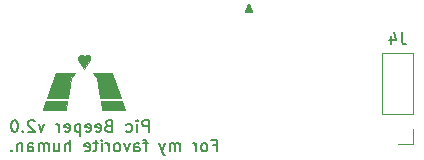
<source format=gbr>
G04 #@! TF.GenerationSoftware,KiCad,Pcbnew,(5.1.4-0)*
G04 #@! TF.CreationDate,2019-09-04T21:36:44-07:00*
G04 #@! TF.ProjectId,pic_beeper,7069635f-6265-4657-9065-722e6b696361,rev?*
G04 #@! TF.SameCoordinates,Original*
G04 #@! TF.FileFunction,Legend,Bot*
G04 #@! TF.FilePolarity,Positive*
%FSLAX46Y46*%
G04 Gerber Fmt 4.6, Leading zero omitted, Abs format (unit mm)*
G04 Created by KiCad (PCBNEW (5.1.4-0)) date 2019-09-04 21:36:44*
%MOMM*%
%LPD*%
G04 APERTURE LIST*
%ADD10C,0.100000*%
%ADD11C,0.150000*%
%ADD12C,0.120000*%
G04 APERTURE END LIST*
D10*
G36*
X19812000Y-17399000D02*
G01*
X19939000Y-17272000D01*
X20193000Y-17272000D01*
X20320000Y-17399000D01*
X20320000Y-17653000D01*
X19812000Y-18415000D01*
X19304000Y-17653000D01*
X19304000Y-17399000D01*
X19431000Y-17272000D01*
X19685000Y-17272000D01*
X19812000Y-17399000D01*
G37*
X19812000Y-17399000D02*
X19939000Y-17272000D01*
X20193000Y-17272000D01*
X20320000Y-17399000D01*
X20320000Y-17653000D01*
X19812000Y-18415000D01*
X19304000Y-17653000D01*
X19304000Y-17399000D01*
X19431000Y-17272000D01*
X19685000Y-17272000D01*
X19812000Y-17399000D01*
D11*
X25289642Y-23757380D02*
X25289642Y-22757380D01*
X24908690Y-22757380D01*
X24813452Y-22805000D01*
X24765833Y-22852619D01*
X24718214Y-22947857D01*
X24718214Y-23090714D01*
X24765833Y-23185952D01*
X24813452Y-23233571D01*
X24908690Y-23281190D01*
X25289642Y-23281190D01*
X24289642Y-23757380D02*
X24289642Y-23090714D01*
X24289642Y-22757380D02*
X24337261Y-22805000D01*
X24289642Y-22852619D01*
X24242023Y-22805000D01*
X24289642Y-22757380D01*
X24289642Y-22852619D01*
X23384880Y-23709761D02*
X23480119Y-23757380D01*
X23670595Y-23757380D01*
X23765833Y-23709761D01*
X23813452Y-23662142D01*
X23861071Y-23566904D01*
X23861071Y-23281190D01*
X23813452Y-23185952D01*
X23765833Y-23138333D01*
X23670595Y-23090714D01*
X23480119Y-23090714D01*
X23384880Y-23138333D01*
X21861071Y-23233571D02*
X21718214Y-23281190D01*
X21670595Y-23328809D01*
X21622976Y-23424047D01*
X21622976Y-23566904D01*
X21670595Y-23662142D01*
X21718214Y-23709761D01*
X21813452Y-23757380D01*
X22194404Y-23757380D01*
X22194404Y-22757380D01*
X21861071Y-22757380D01*
X21765833Y-22805000D01*
X21718214Y-22852619D01*
X21670595Y-22947857D01*
X21670595Y-23043095D01*
X21718214Y-23138333D01*
X21765833Y-23185952D01*
X21861071Y-23233571D01*
X22194404Y-23233571D01*
X20813452Y-23709761D02*
X20908690Y-23757380D01*
X21099166Y-23757380D01*
X21194404Y-23709761D01*
X21242023Y-23614523D01*
X21242023Y-23233571D01*
X21194404Y-23138333D01*
X21099166Y-23090714D01*
X20908690Y-23090714D01*
X20813452Y-23138333D01*
X20765833Y-23233571D01*
X20765833Y-23328809D01*
X21242023Y-23424047D01*
X19956309Y-23709761D02*
X20051547Y-23757380D01*
X20242023Y-23757380D01*
X20337261Y-23709761D01*
X20384880Y-23614523D01*
X20384880Y-23233571D01*
X20337261Y-23138333D01*
X20242023Y-23090714D01*
X20051547Y-23090714D01*
X19956309Y-23138333D01*
X19908690Y-23233571D01*
X19908690Y-23328809D01*
X20384880Y-23424047D01*
X19480119Y-23090714D02*
X19480119Y-24090714D01*
X19480119Y-23138333D02*
X19384880Y-23090714D01*
X19194404Y-23090714D01*
X19099166Y-23138333D01*
X19051547Y-23185952D01*
X19003928Y-23281190D01*
X19003928Y-23566904D01*
X19051547Y-23662142D01*
X19099166Y-23709761D01*
X19194404Y-23757380D01*
X19384880Y-23757380D01*
X19480119Y-23709761D01*
X18194404Y-23709761D02*
X18289642Y-23757380D01*
X18480119Y-23757380D01*
X18575357Y-23709761D01*
X18622976Y-23614523D01*
X18622976Y-23233571D01*
X18575357Y-23138333D01*
X18480119Y-23090714D01*
X18289642Y-23090714D01*
X18194404Y-23138333D01*
X18146785Y-23233571D01*
X18146785Y-23328809D01*
X18622976Y-23424047D01*
X17718214Y-23757380D02*
X17718214Y-23090714D01*
X17718214Y-23281190D02*
X17670595Y-23185952D01*
X17622976Y-23138333D01*
X17527738Y-23090714D01*
X17432500Y-23090714D01*
X16432500Y-23090714D02*
X16194404Y-23757380D01*
X15956309Y-23090714D01*
X15622976Y-22852619D02*
X15575357Y-22805000D01*
X15480119Y-22757380D01*
X15242023Y-22757380D01*
X15146785Y-22805000D01*
X15099166Y-22852619D01*
X15051547Y-22947857D01*
X15051547Y-23043095D01*
X15099166Y-23185952D01*
X15670595Y-23757380D01*
X15051547Y-23757380D01*
X14622976Y-23662142D02*
X14575357Y-23709761D01*
X14622976Y-23757380D01*
X14670595Y-23709761D01*
X14622976Y-23662142D01*
X14622976Y-23757380D01*
X13956309Y-22757380D02*
X13861071Y-22757380D01*
X13765833Y-22805000D01*
X13718214Y-22852619D01*
X13670595Y-22947857D01*
X13622976Y-23138333D01*
X13622976Y-23376428D01*
X13670595Y-23566904D01*
X13718214Y-23662142D01*
X13765833Y-23709761D01*
X13861071Y-23757380D01*
X13956309Y-23757380D01*
X14051547Y-23709761D01*
X14099166Y-23662142D01*
X14146785Y-23566904D01*
X14194404Y-23376428D01*
X14194404Y-23138333D01*
X14146785Y-22947857D01*
X14099166Y-22852619D01*
X14051547Y-22805000D01*
X13956309Y-22757380D01*
X30718214Y-24883571D02*
X31051547Y-24883571D01*
X31051547Y-25407380D02*
X31051547Y-24407380D01*
X30575357Y-24407380D01*
X30051547Y-25407380D02*
X30146785Y-25359761D01*
X30194404Y-25312142D01*
X30242023Y-25216904D01*
X30242023Y-24931190D01*
X30194404Y-24835952D01*
X30146785Y-24788333D01*
X30051547Y-24740714D01*
X29908690Y-24740714D01*
X29813452Y-24788333D01*
X29765833Y-24835952D01*
X29718214Y-24931190D01*
X29718214Y-25216904D01*
X29765833Y-25312142D01*
X29813452Y-25359761D01*
X29908690Y-25407380D01*
X30051547Y-25407380D01*
X29289642Y-25407380D02*
X29289642Y-24740714D01*
X29289642Y-24931190D02*
X29242023Y-24835952D01*
X29194404Y-24788333D01*
X29099166Y-24740714D01*
X29003928Y-24740714D01*
X27908690Y-25407380D02*
X27908690Y-24740714D01*
X27908690Y-24835952D02*
X27861071Y-24788333D01*
X27765833Y-24740714D01*
X27622976Y-24740714D01*
X27527738Y-24788333D01*
X27480119Y-24883571D01*
X27480119Y-25407380D01*
X27480119Y-24883571D02*
X27432499Y-24788333D01*
X27337261Y-24740714D01*
X27194404Y-24740714D01*
X27099166Y-24788333D01*
X27051547Y-24883571D01*
X27051547Y-25407380D01*
X26670595Y-24740714D02*
X26432499Y-25407380D01*
X26194404Y-24740714D02*
X26432499Y-25407380D01*
X26527738Y-25645476D01*
X26575357Y-25693095D01*
X26670595Y-25740714D01*
X25194404Y-24740714D02*
X24813452Y-24740714D01*
X25051547Y-25407380D02*
X25051547Y-24550238D01*
X25003928Y-24455000D01*
X24908690Y-24407380D01*
X24813452Y-24407380D01*
X24051547Y-25407380D02*
X24051547Y-24883571D01*
X24099166Y-24788333D01*
X24194404Y-24740714D01*
X24384880Y-24740714D01*
X24480119Y-24788333D01*
X24051547Y-25359761D02*
X24146785Y-25407380D01*
X24384880Y-25407380D01*
X24480119Y-25359761D01*
X24527738Y-25264523D01*
X24527738Y-25169285D01*
X24480119Y-25074047D01*
X24384880Y-25026428D01*
X24146785Y-25026428D01*
X24051547Y-24978809D01*
X23670595Y-24740714D02*
X23432500Y-25407380D01*
X23194404Y-24740714D01*
X22670595Y-25407380D02*
X22765833Y-25359761D01*
X22813452Y-25312142D01*
X22861071Y-25216904D01*
X22861071Y-24931190D01*
X22813452Y-24835952D01*
X22765833Y-24788333D01*
X22670595Y-24740714D01*
X22527738Y-24740714D01*
X22432500Y-24788333D01*
X22384880Y-24835952D01*
X22337261Y-24931190D01*
X22337261Y-25216904D01*
X22384880Y-25312142D01*
X22432500Y-25359761D01*
X22527738Y-25407380D01*
X22670595Y-25407380D01*
X21908690Y-25407380D02*
X21908690Y-24740714D01*
X21908690Y-24931190D02*
X21861071Y-24835952D01*
X21813452Y-24788333D01*
X21718214Y-24740714D01*
X21622976Y-24740714D01*
X21289642Y-25407380D02*
X21289642Y-24740714D01*
X21289642Y-24407380D02*
X21337261Y-24455000D01*
X21289642Y-24502619D01*
X21242023Y-24455000D01*
X21289642Y-24407380D01*
X21289642Y-24502619D01*
X20956309Y-24740714D02*
X20575357Y-24740714D01*
X20813452Y-24407380D02*
X20813452Y-25264523D01*
X20765833Y-25359761D01*
X20670595Y-25407380D01*
X20575357Y-25407380D01*
X19861071Y-25359761D02*
X19956309Y-25407380D01*
X20146785Y-25407380D01*
X20242023Y-25359761D01*
X20289642Y-25264523D01*
X20289642Y-24883571D01*
X20242023Y-24788333D01*
X20146785Y-24740714D01*
X19956309Y-24740714D01*
X19861071Y-24788333D01*
X19813452Y-24883571D01*
X19813452Y-24978809D01*
X20289642Y-25074047D01*
X18622976Y-25407380D02*
X18622976Y-24407380D01*
X18194404Y-25407380D02*
X18194404Y-24883571D01*
X18242023Y-24788333D01*
X18337261Y-24740714D01*
X18480119Y-24740714D01*
X18575357Y-24788333D01*
X18622976Y-24835952D01*
X17289642Y-24740714D02*
X17289642Y-25407380D01*
X17718214Y-24740714D02*
X17718214Y-25264523D01*
X17670595Y-25359761D01*
X17575357Y-25407380D01*
X17432500Y-25407380D01*
X17337261Y-25359761D01*
X17289642Y-25312142D01*
X16813452Y-25407380D02*
X16813452Y-24740714D01*
X16813452Y-24835952D02*
X16765833Y-24788333D01*
X16670595Y-24740714D01*
X16527738Y-24740714D01*
X16432499Y-24788333D01*
X16384880Y-24883571D01*
X16384880Y-25407380D01*
X16384880Y-24883571D02*
X16337261Y-24788333D01*
X16242023Y-24740714D01*
X16099166Y-24740714D01*
X16003928Y-24788333D01*
X15956309Y-24883571D01*
X15956309Y-25407380D01*
X15051547Y-25407380D02*
X15051547Y-24883571D01*
X15099166Y-24788333D01*
X15194404Y-24740714D01*
X15384880Y-24740714D01*
X15480119Y-24788333D01*
X15051547Y-25359761D02*
X15146785Y-25407380D01*
X15384880Y-25407380D01*
X15480119Y-25359761D01*
X15527738Y-25264523D01*
X15527738Y-25169285D01*
X15480119Y-25074047D01*
X15384880Y-25026428D01*
X15146785Y-25026428D01*
X15051547Y-24978809D01*
X14575357Y-24740714D02*
X14575357Y-25407380D01*
X14575357Y-24835952D02*
X14527738Y-24788333D01*
X14432499Y-24740714D01*
X14289642Y-24740714D01*
X14194404Y-24788333D01*
X14146785Y-24883571D01*
X14146785Y-25407380D01*
X13670595Y-25312142D02*
X13622976Y-25359761D01*
X13670595Y-25407380D01*
X13718214Y-25359761D01*
X13670595Y-25312142D01*
X13670595Y-25407380D01*
D10*
G36*
X21221700Y-21145500D02*
G01*
X23037800Y-21145500D01*
X23317200Y-21907500D01*
X21336000Y-21907500D01*
X21221700Y-21145500D01*
G37*
X21221700Y-21145500D02*
X23037800Y-21145500D01*
X23317200Y-21907500D01*
X21336000Y-21907500D01*
X21221700Y-21145500D01*
G36*
X20574000Y-18796000D02*
G01*
X22161500Y-18796000D01*
X22936200Y-20891500D01*
X21183600Y-20891500D01*
X20929600Y-19177000D01*
X20574000Y-18796000D01*
G37*
X20574000Y-18796000D02*
X22161500Y-18796000D01*
X22936200Y-20891500D01*
X21183600Y-20891500D01*
X20929600Y-19177000D01*
X20574000Y-18796000D01*
G36*
X18402300Y-21145500D02*
G01*
X16586200Y-21145500D01*
X16306800Y-21907500D01*
X18288000Y-21907500D01*
X18402300Y-21145500D01*
G37*
X18402300Y-21145500D02*
X16586200Y-21145500D01*
X16306800Y-21907500D01*
X18288000Y-21907500D01*
X18402300Y-21145500D01*
G36*
X19050000Y-18796000D02*
G01*
X17462500Y-18796000D01*
X16687800Y-20891500D01*
X18440400Y-20891500D01*
X18694400Y-19177000D01*
X19050000Y-18796000D01*
G37*
X19050000Y-18796000D02*
X17462500Y-18796000D01*
X16687800Y-20891500D01*
X18440400Y-20891500D01*
X18694400Y-19177000D01*
X19050000Y-18796000D01*
D12*
X46355000Y-24825000D02*
X47685000Y-24825000D01*
X47685000Y-24825000D02*
X47685000Y-23495000D01*
X47685000Y-22225000D02*
X47685000Y-17085000D01*
X45025000Y-17085000D02*
X47685000Y-17085000D01*
X45025000Y-22225000D02*
X45025000Y-17085000D01*
X45025000Y-22225000D02*
X47685000Y-22225000D01*
D11*
G36*
X33782000Y-12954000D02*
G01*
X34036000Y-13589000D01*
X33528000Y-13589000D01*
X33782000Y-12954000D01*
G37*
X33782000Y-12954000D02*
X34036000Y-13589000D01*
X33528000Y-13589000D01*
X33782000Y-12954000D01*
X46688333Y-15327380D02*
X46688333Y-16041666D01*
X46735952Y-16184523D01*
X46831190Y-16279761D01*
X46974047Y-16327380D01*
X47069285Y-16327380D01*
X45783571Y-15660714D02*
X45783571Y-16327380D01*
X46021666Y-15279761D02*
X46259761Y-15994047D01*
X45640714Y-15994047D01*
M02*

</source>
